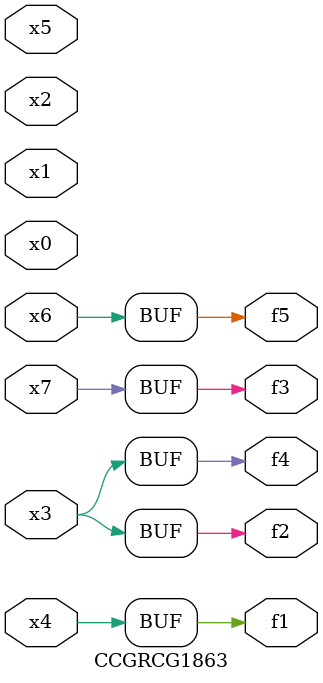
<source format=v>
module CCGRCG1863(
	input x0, x1, x2, x3, x4, x5, x6, x7,
	output f1, f2, f3, f4, f5
);
	assign f1 = x4;
	assign f2 = x3;
	assign f3 = x7;
	assign f4 = x3;
	assign f5 = x6;
endmodule

</source>
